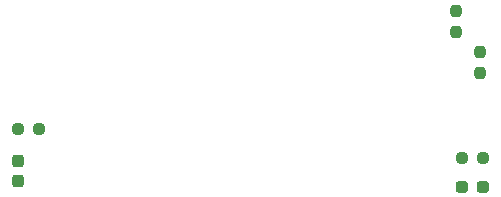
<source format=gtp>
%TF.GenerationSoftware,KiCad,Pcbnew,9.0.5*%
%TF.CreationDate,2025-12-06T00:57:17+01:00*%
%TF.ProjectId,DronePCB,44726f6e-6550-4434-922e-6b696361645f,rev?*%
%TF.SameCoordinates,Original*%
%TF.FileFunction,Paste,Top*%
%TF.FilePolarity,Positive*%
%FSLAX46Y46*%
G04 Gerber Fmt 4.6, Leading zero omitted, Abs format (unit mm)*
G04 Created by KiCad (PCBNEW 9.0.5) date 2025-12-06 00:57:17*
%MOMM*%
%LPD*%
G01*
G04 APERTURE LIST*
G04 Aperture macros list*
%AMRoundRect*
0 Rectangle with rounded corners*
0 $1 Rounding radius*
0 $2 $3 $4 $5 $6 $7 $8 $9 X,Y pos of 4 corners*
0 Add a 4 corners polygon primitive as box body*
4,1,4,$2,$3,$4,$5,$6,$7,$8,$9,$2,$3,0*
0 Add four circle primitives for the rounded corners*
1,1,$1+$1,$2,$3*
1,1,$1+$1,$4,$5*
1,1,$1+$1,$6,$7*
1,1,$1+$1,$8,$9*
0 Add four rect primitives between the rounded corners*
20,1,$1+$1,$2,$3,$4,$5,0*
20,1,$1+$1,$4,$5,$6,$7,0*
20,1,$1+$1,$6,$7,$8,$9,0*
20,1,$1+$1,$8,$9,$2,$3,0*%
G04 Aperture macros list end*
%ADD10RoundRect,0.237500X0.237500X-0.250000X0.237500X0.250000X-0.237500X0.250000X-0.237500X-0.250000X0*%
%ADD11RoundRect,0.237500X0.237500X-0.287500X0.237500X0.287500X-0.237500X0.287500X-0.237500X-0.287500X0*%
%ADD12RoundRect,0.237500X0.250000X0.237500X-0.250000X0.237500X-0.250000X-0.237500X0.250000X-0.237500X0*%
%ADD13RoundRect,0.237500X-0.287500X-0.237500X0.287500X-0.237500X0.287500X0.237500X-0.287500X0.237500X0*%
%ADD14RoundRect,0.237500X-0.250000X-0.237500X0.250000X-0.237500X0.250000X0.237500X-0.250000X0.237500X0*%
G04 APERTURE END LIST*
D10*
%TO.C,R4*%
X61000000Y-36412500D03*
X61000000Y-34587500D03*
%TD*%
D11*
%TO.C,D1*%
X21900000Y-45550000D03*
X21900000Y-43800000D03*
%TD*%
D10*
%TO.C,R3*%
X59000000Y-32912500D03*
X59000000Y-31087500D03*
%TD*%
D12*
%TO.C,R1*%
X23700000Y-41100000D03*
X21875000Y-41100000D03*
%TD*%
D13*
%TO.C,D2*%
X59525000Y-46000000D03*
X61275000Y-46000000D03*
%TD*%
D14*
%TO.C,R2*%
X59475000Y-43600000D03*
X61300000Y-43600000D03*
%TD*%
M02*

</source>
